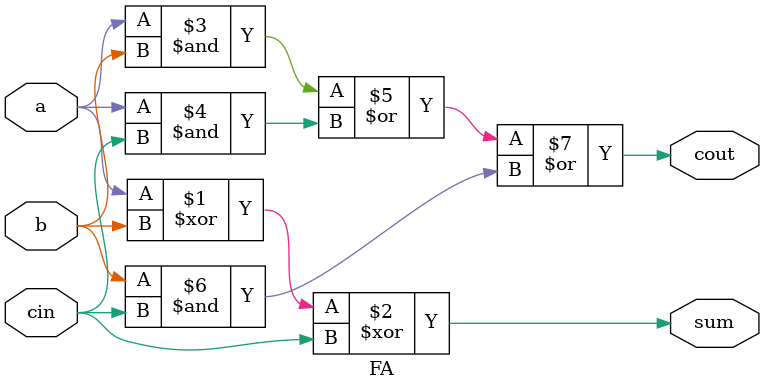
<source format=v>
module top_module (
    input [3:0] x,
    input [3:0] y, 
    output [4:0] sum);
    
    wire [3:0] cout;
    FA A1 (.a(x[0]), .b(y[0]), .cin (0), .cout(cout[0]), .sum(sum[0]));
    FA A2 (.a(x[1]), .b(y[1]), .cin (cout[0]), .cout(cout[1]), .sum(sum[1]));
    FA A3 (.a(x[2]), .b(y[2]), .cin (cout[1]), .cout(cout[2]), .sum(sum[2]));
    FA A4 (.a(x[3]), .b(y[3]), .cin (cout[2]), .cout(cout[3]), .sum(sum[3]));
    
    assign sum[4] = cout[3];
endmodule

module FA (input a, b,
           input cin,
           output cout,
           output sum);
    assign sum = a ^ b ^ cin;
    assign cout = a & b | a & cin | b & cin;
endmodule

</source>
